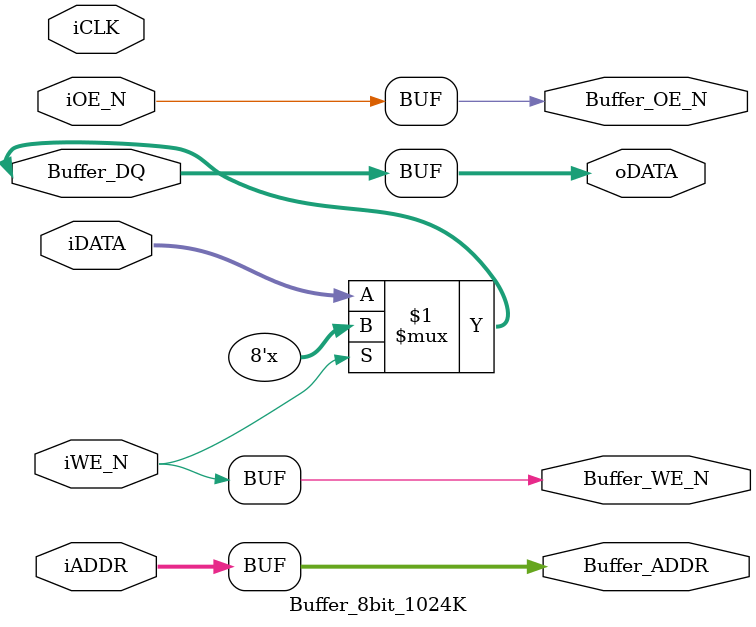
<source format=v>
module	Buffer_8bit_1024K(	
										//Host Data
										oDATA,
										iDATA,
										iADDR,
										iWE_N,
										iOE_N,
				                  iCLK,
				                  //SRAM
										Buffer_DQ,
										Buffer_ADDR,
										Buffer_WE_N,
										Buffer_OE_N
								);
//	Host Side
input	   [7:0]	iDATA;
output	[7:0]	oDATA;
input	   [9:0]	iADDR;
input		      iWE_N;
input          iOE_N;
input		      iCLK;
//	SRAM Side
inout 	[7:0]	Buffer_DQ;
output	[9:0]	Buffer_ADDR;
output		   Buffer_WE_N;
output   		Buffer_OE_N;

assign	Buffer_DQ 	=	Buffer_WE_N ? 8'bzzzzzzzz : iDATA;
assign	oDATA		=	Buffer_DQ;
assign	Buffer_ADDR	=	iADDR;
assign	Buffer_WE_N	=	iWE_N;
assign	Buffer_OE_N	=	iOE_N;

endmodule

</source>
